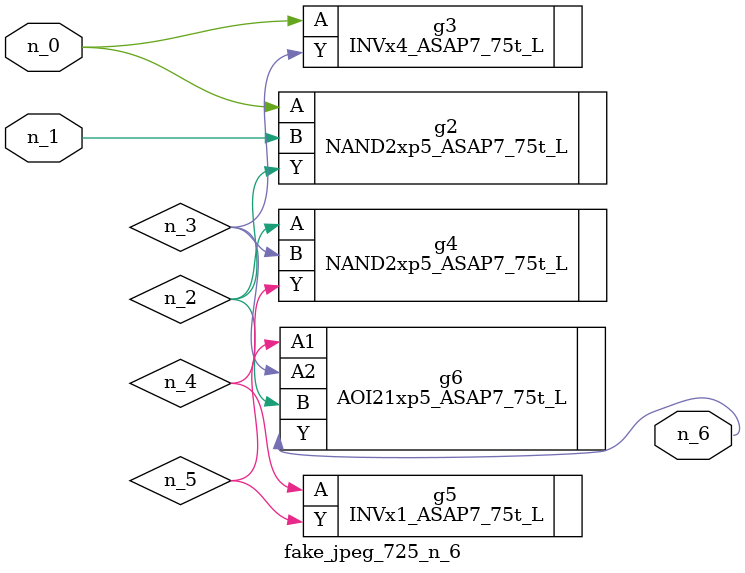
<source format=v>
module fake_jpeg_725_n_6 (n_0, n_1, n_6);

input n_0;
input n_1;

output n_6;

wire n_3;
wire n_2;
wire n_4;
wire n_5;

NAND2xp5_ASAP7_75t_L g2 ( 
.A(n_0),
.B(n_1),
.Y(n_2)
);

INVx4_ASAP7_75t_L g3 ( 
.A(n_0),
.Y(n_3)
);

NAND2xp5_ASAP7_75t_L g4 ( 
.A(n_2),
.B(n_3),
.Y(n_4)
);

INVx1_ASAP7_75t_L g5 ( 
.A(n_4),
.Y(n_5)
);

AOI21xp5_ASAP7_75t_L g6 ( 
.A1(n_5),
.A2(n_3),
.B(n_2),
.Y(n_6)
);


endmodule
</source>
